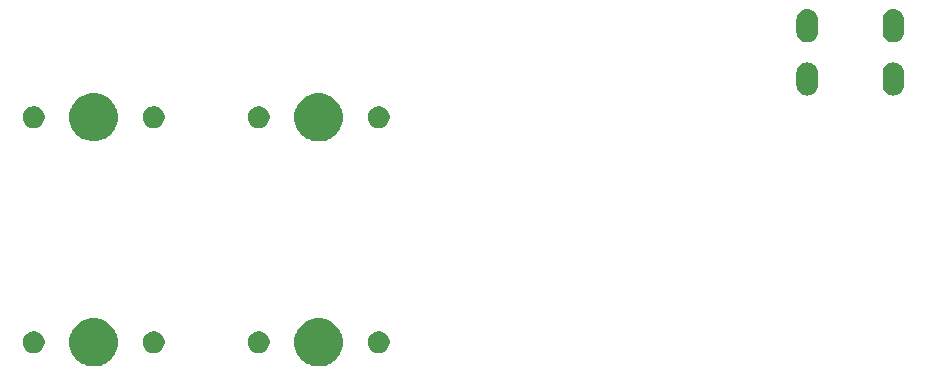
<source format=gts>
G04 #@! TF.GenerationSoftware,KiCad,Pcbnew,(5.1.4)-1*
G04 #@! TF.CreationDate,2022-10-15T13:04:34-05:00*
G04 #@! TF.ProjectId,ai03-guide,61693033-2d67-4756-9964-652e6b696361,rev?*
G04 #@! TF.SameCoordinates,Original*
G04 #@! TF.FileFunction,Soldermask,Top*
G04 #@! TF.FilePolarity,Negative*
%FSLAX46Y46*%
G04 Gerber Fmt 4.6, Leading zero omitted, Abs format (unit mm)*
G04 Created by KiCad (PCBNEW (5.1.4)-1) date 2022-10-15 13:04:34*
%MOMM*%
%LPD*%
G04 APERTURE LIST*
%ADD10C,0.100000*%
G04 APERTURE END LIST*
D10*
G36*
X45046474Y-112079684D02*
G01*
X45264474Y-112169983D01*
X45418623Y-112233833D01*
X45753548Y-112457623D01*
X46038377Y-112742452D01*
X46262167Y-113077377D01*
X46294562Y-113155586D01*
X46416316Y-113449526D01*
X46494900Y-113844594D01*
X46494900Y-114247406D01*
X46416316Y-114642474D01*
X46365451Y-114765272D01*
X46262167Y-115014623D01*
X46038377Y-115349548D01*
X45753548Y-115634377D01*
X45418623Y-115858167D01*
X45264474Y-115922017D01*
X45046474Y-116012316D01*
X44651406Y-116090900D01*
X44248594Y-116090900D01*
X43853526Y-116012316D01*
X43635526Y-115922017D01*
X43481377Y-115858167D01*
X43146452Y-115634377D01*
X42861623Y-115349548D01*
X42637833Y-115014623D01*
X42534549Y-114765272D01*
X42483684Y-114642474D01*
X42405100Y-114247406D01*
X42405100Y-113844594D01*
X42483684Y-113449526D01*
X42605438Y-113155586D01*
X42637833Y-113077377D01*
X42861623Y-112742452D01*
X43146452Y-112457623D01*
X43481377Y-112233833D01*
X43635526Y-112169983D01*
X43853526Y-112079684D01*
X44248594Y-112001100D01*
X44651406Y-112001100D01*
X45046474Y-112079684D01*
X45046474Y-112079684D01*
G37*
G36*
X64096474Y-112079684D02*
G01*
X64314474Y-112169983D01*
X64468623Y-112233833D01*
X64803548Y-112457623D01*
X65088377Y-112742452D01*
X65312167Y-113077377D01*
X65344562Y-113155586D01*
X65466316Y-113449526D01*
X65544900Y-113844594D01*
X65544900Y-114247406D01*
X65466316Y-114642474D01*
X65415451Y-114765272D01*
X65312167Y-115014623D01*
X65088377Y-115349548D01*
X64803548Y-115634377D01*
X64468623Y-115858167D01*
X64314474Y-115922017D01*
X64096474Y-116012316D01*
X63701406Y-116090900D01*
X63298594Y-116090900D01*
X62903526Y-116012316D01*
X62685526Y-115922017D01*
X62531377Y-115858167D01*
X62196452Y-115634377D01*
X61911623Y-115349548D01*
X61687833Y-115014623D01*
X61584549Y-114765272D01*
X61533684Y-114642474D01*
X61455100Y-114247406D01*
X61455100Y-113844594D01*
X61533684Y-113449526D01*
X61655438Y-113155586D01*
X61687833Y-113077377D01*
X61911623Y-112742452D01*
X62196452Y-112457623D01*
X62531377Y-112233833D01*
X62685526Y-112169983D01*
X62903526Y-112079684D01*
X63298594Y-112001100D01*
X63701406Y-112001100D01*
X64096474Y-112079684D01*
X64096474Y-112079684D01*
G37*
G36*
X68850104Y-113155585D02*
G01*
X69018626Y-113225389D01*
X69170291Y-113326728D01*
X69299272Y-113455709D01*
X69400611Y-113607374D01*
X69470415Y-113775896D01*
X69506000Y-113954797D01*
X69506000Y-114137203D01*
X69470415Y-114316104D01*
X69400611Y-114484626D01*
X69299272Y-114636291D01*
X69170291Y-114765272D01*
X69018626Y-114866611D01*
X68850104Y-114936415D01*
X68671203Y-114972000D01*
X68488797Y-114972000D01*
X68309896Y-114936415D01*
X68141374Y-114866611D01*
X67989709Y-114765272D01*
X67860728Y-114636291D01*
X67759389Y-114484626D01*
X67689585Y-114316104D01*
X67654000Y-114137203D01*
X67654000Y-113954797D01*
X67689585Y-113775896D01*
X67759389Y-113607374D01*
X67860728Y-113455709D01*
X67989709Y-113326728D01*
X68141374Y-113225389D01*
X68309896Y-113155585D01*
X68488797Y-113120000D01*
X68671203Y-113120000D01*
X68850104Y-113155585D01*
X68850104Y-113155585D01*
G37*
G36*
X58690104Y-113155585D02*
G01*
X58858626Y-113225389D01*
X59010291Y-113326728D01*
X59139272Y-113455709D01*
X59240611Y-113607374D01*
X59310415Y-113775896D01*
X59346000Y-113954797D01*
X59346000Y-114137203D01*
X59310415Y-114316104D01*
X59240611Y-114484626D01*
X59139272Y-114636291D01*
X59010291Y-114765272D01*
X58858626Y-114866611D01*
X58690104Y-114936415D01*
X58511203Y-114972000D01*
X58328797Y-114972000D01*
X58149896Y-114936415D01*
X57981374Y-114866611D01*
X57829709Y-114765272D01*
X57700728Y-114636291D01*
X57599389Y-114484626D01*
X57529585Y-114316104D01*
X57494000Y-114137203D01*
X57494000Y-113954797D01*
X57529585Y-113775896D01*
X57599389Y-113607374D01*
X57700728Y-113455709D01*
X57829709Y-113326728D01*
X57981374Y-113225389D01*
X58149896Y-113155585D01*
X58328797Y-113120000D01*
X58511203Y-113120000D01*
X58690104Y-113155585D01*
X58690104Y-113155585D01*
G37*
G36*
X49800104Y-113155585D02*
G01*
X49968626Y-113225389D01*
X50120291Y-113326728D01*
X50249272Y-113455709D01*
X50350611Y-113607374D01*
X50420415Y-113775896D01*
X50456000Y-113954797D01*
X50456000Y-114137203D01*
X50420415Y-114316104D01*
X50350611Y-114484626D01*
X50249272Y-114636291D01*
X50120291Y-114765272D01*
X49968626Y-114866611D01*
X49800104Y-114936415D01*
X49621203Y-114972000D01*
X49438797Y-114972000D01*
X49259896Y-114936415D01*
X49091374Y-114866611D01*
X48939709Y-114765272D01*
X48810728Y-114636291D01*
X48709389Y-114484626D01*
X48639585Y-114316104D01*
X48604000Y-114137203D01*
X48604000Y-113954797D01*
X48639585Y-113775896D01*
X48709389Y-113607374D01*
X48810728Y-113455709D01*
X48939709Y-113326728D01*
X49091374Y-113225389D01*
X49259896Y-113155585D01*
X49438797Y-113120000D01*
X49621203Y-113120000D01*
X49800104Y-113155585D01*
X49800104Y-113155585D01*
G37*
G36*
X39640104Y-113155585D02*
G01*
X39808626Y-113225389D01*
X39960291Y-113326728D01*
X40089272Y-113455709D01*
X40190611Y-113607374D01*
X40260415Y-113775896D01*
X40296000Y-113954797D01*
X40296000Y-114137203D01*
X40260415Y-114316104D01*
X40190611Y-114484626D01*
X40089272Y-114636291D01*
X39960291Y-114765272D01*
X39808626Y-114866611D01*
X39640104Y-114936415D01*
X39461203Y-114972000D01*
X39278797Y-114972000D01*
X39099896Y-114936415D01*
X38931374Y-114866611D01*
X38779709Y-114765272D01*
X38650728Y-114636291D01*
X38549389Y-114484626D01*
X38479585Y-114316104D01*
X38444000Y-114137203D01*
X38444000Y-113954797D01*
X38479585Y-113775896D01*
X38549389Y-113607374D01*
X38650728Y-113455709D01*
X38779709Y-113326728D01*
X38931374Y-113225389D01*
X39099896Y-113155585D01*
X39278797Y-113120000D01*
X39461203Y-113120000D01*
X39640104Y-113155585D01*
X39640104Y-113155585D01*
G37*
G36*
X64096474Y-93029684D02*
G01*
X64233502Y-93086443D01*
X64468623Y-93183833D01*
X64803548Y-93407623D01*
X65088377Y-93692452D01*
X65312167Y-94027377D01*
X65344562Y-94105586D01*
X65466316Y-94399526D01*
X65544900Y-94794594D01*
X65544900Y-95197406D01*
X65466316Y-95592474D01*
X65415451Y-95715272D01*
X65312167Y-95964623D01*
X65088377Y-96299548D01*
X64803548Y-96584377D01*
X64468623Y-96808167D01*
X64314474Y-96872017D01*
X64096474Y-96962316D01*
X63701406Y-97040900D01*
X63298594Y-97040900D01*
X62903526Y-96962316D01*
X62685526Y-96872017D01*
X62531377Y-96808167D01*
X62196452Y-96584377D01*
X61911623Y-96299548D01*
X61687833Y-95964623D01*
X61584549Y-95715272D01*
X61533684Y-95592474D01*
X61455100Y-95197406D01*
X61455100Y-94794594D01*
X61533684Y-94399526D01*
X61655438Y-94105586D01*
X61687833Y-94027377D01*
X61911623Y-93692452D01*
X62196452Y-93407623D01*
X62531377Y-93183833D01*
X62766498Y-93086443D01*
X62903526Y-93029684D01*
X63298594Y-92951100D01*
X63701406Y-92951100D01*
X64096474Y-93029684D01*
X64096474Y-93029684D01*
G37*
G36*
X45046474Y-93018684D02*
G01*
X45210056Y-93086442D01*
X45418623Y-93172833D01*
X45753548Y-93396623D01*
X46038377Y-93681452D01*
X46262167Y-94016377D01*
X46294562Y-94094586D01*
X46416316Y-94388526D01*
X46494900Y-94783594D01*
X46494900Y-95186406D01*
X46416316Y-95581474D01*
X46365451Y-95704272D01*
X46262167Y-95953623D01*
X46038377Y-96288548D01*
X45753548Y-96573377D01*
X45418623Y-96797167D01*
X45264474Y-96861017D01*
X45046474Y-96951316D01*
X44651406Y-97029900D01*
X44248594Y-97029900D01*
X43853526Y-96951316D01*
X43635526Y-96861017D01*
X43481377Y-96797167D01*
X43146452Y-96573377D01*
X42861623Y-96288548D01*
X42637833Y-95953623D01*
X42534549Y-95704272D01*
X42483684Y-95581474D01*
X42405100Y-95186406D01*
X42405100Y-94783594D01*
X42483684Y-94388526D01*
X42605438Y-94094586D01*
X42637833Y-94016377D01*
X42861623Y-93681452D01*
X43146452Y-93396623D01*
X43481377Y-93172833D01*
X43689944Y-93086442D01*
X43853526Y-93018684D01*
X44248594Y-92940100D01*
X44651406Y-92940100D01*
X45046474Y-93018684D01*
X45046474Y-93018684D01*
G37*
G36*
X68850104Y-94105585D02*
G01*
X69018626Y-94175389D01*
X69170291Y-94276728D01*
X69299272Y-94405709D01*
X69400611Y-94557374D01*
X69470415Y-94725896D01*
X69506000Y-94904797D01*
X69506000Y-95087203D01*
X69470415Y-95266104D01*
X69400611Y-95434626D01*
X69299272Y-95586291D01*
X69170291Y-95715272D01*
X69018626Y-95816611D01*
X68850104Y-95886415D01*
X68671203Y-95922000D01*
X68488797Y-95922000D01*
X68309896Y-95886415D01*
X68141374Y-95816611D01*
X67989709Y-95715272D01*
X67860728Y-95586291D01*
X67759389Y-95434626D01*
X67689585Y-95266104D01*
X67654000Y-95087203D01*
X67654000Y-94904797D01*
X67689585Y-94725896D01*
X67759389Y-94557374D01*
X67860728Y-94405709D01*
X67989709Y-94276728D01*
X68141374Y-94175389D01*
X68309896Y-94105585D01*
X68488797Y-94070000D01*
X68671203Y-94070000D01*
X68850104Y-94105585D01*
X68850104Y-94105585D01*
G37*
G36*
X58690104Y-94105585D02*
G01*
X58858626Y-94175389D01*
X59010291Y-94276728D01*
X59139272Y-94405709D01*
X59240611Y-94557374D01*
X59310415Y-94725896D01*
X59346000Y-94904797D01*
X59346000Y-95087203D01*
X59310415Y-95266104D01*
X59240611Y-95434626D01*
X59139272Y-95586291D01*
X59010291Y-95715272D01*
X58858626Y-95816611D01*
X58690104Y-95886415D01*
X58511203Y-95922000D01*
X58328797Y-95922000D01*
X58149896Y-95886415D01*
X57981374Y-95816611D01*
X57829709Y-95715272D01*
X57700728Y-95586291D01*
X57599389Y-95434626D01*
X57529585Y-95266104D01*
X57494000Y-95087203D01*
X57494000Y-94904797D01*
X57529585Y-94725896D01*
X57599389Y-94557374D01*
X57700728Y-94405709D01*
X57829709Y-94276728D01*
X57981374Y-94175389D01*
X58149896Y-94105585D01*
X58328797Y-94070000D01*
X58511203Y-94070000D01*
X58690104Y-94105585D01*
X58690104Y-94105585D01*
G37*
G36*
X39640104Y-94094585D02*
G01*
X39808626Y-94164389D01*
X39960291Y-94265728D01*
X40089272Y-94394709D01*
X40190611Y-94546374D01*
X40260415Y-94714896D01*
X40296000Y-94893797D01*
X40296000Y-95076203D01*
X40260415Y-95255104D01*
X40190611Y-95423626D01*
X40089272Y-95575291D01*
X39960291Y-95704272D01*
X39808626Y-95805611D01*
X39640104Y-95875415D01*
X39461203Y-95911000D01*
X39278797Y-95911000D01*
X39099896Y-95875415D01*
X38931374Y-95805611D01*
X38779709Y-95704272D01*
X38650728Y-95575291D01*
X38549389Y-95423626D01*
X38479585Y-95255104D01*
X38444000Y-95076203D01*
X38444000Y-94893797D01*
X38479585Y-94714896D01*
X38549389Y-94546374D01*
X38650728Y-94394709D01*
X38779709Y-94265728D01*
X38931374Y-94164389D01*
X39099896Y-94094585D01*
X39278797Y-94059000D01*
X39461203Y-94059000D01*
X39640104Y-94094585D01*
X39640104Y-94094585D01*
G37*
G36*
X49800104Y-94094585D02*
G01*
X49968626Y-94164389D01*
X50120291Y-94265728D01*
X50249272Y-94394709D01*
X50350611Y-94546374D01*
X50420415Y-94714896D01*
X50456000Y-94893797D01*
X50456000Y-95076203D01*
X50420415Y-95255104D01*
X50350611Y-95423626D01*
X50249272Y-95575291D01*
X50120291Y-95704272D01*
X49968626Y-95805611D01*
X49800104Y-95875415D01*
X49621203Y-95911000D01*
X49438797Y-95911000D01*
X49259896Y-95875415D01*
X49091374Y-95805611D01*
X48939709Y-95704272D01*
X48810728Y-95575291D01*
X48709389Y-95423626D01*
X48639585Y-95255104D01*
X48604000Y-95076203D01*
X48604000Y-94893797D01*
X48639585Y-94714896D01*
X48709389Y-94546374D01*
X48810728Y-94394709D01*
X48939709Y-94265728D01*
X49091374Y-94164389D01*
X49259896Y-94094585D01*
X49438797Y-94059000D01*
X49621203Y-94059000D01*
X49800104Y-94094585D01*
X49800104Y-94094585D01*
G37*
G36*
X105036627Y-90362037D02*
G01*
X105206466Y-90413557D01*
X105362991Y-90497222D01*
X105398729Y-90526552D01*
X105500186Y-90609814D01*
X105583448Y-90711271D01*
X105612778Y-90747009D01*
X105696443Y-90903534D01*
X105747963Y-91073373D01*
X105761000Y-91205742D01*
X105761000Y-92294258D01*
X105747963Y-92426627D01*
X105696443Y-92596466D01*
X105612778Y-92752991D01*
X105583448Y-92788729D01*
X105500186Y-92890186D01*
X105362989Y-93002779D01*
X105206467Y-93086442D01*
X105206465Y-93086443D01*
X105036626Y-93137963D01*
X104860000Y-93155359D01*
X104683373Y-93137963D01*
X104513534Y-93086443D01*
X104357009Y-93002778D01*
X104321271Y-92973448D01*
X104219814Y-92890186D01*
X104107221Y-92752989D01*
X104023558Y-92596467D01*
X104023557Y-92596465D01*
X103972037Y-92426626D01*
X103959000Y-92294257D01*
X103959001Y-91205742D01*
X103972038Y-91073373D01*
X104023558Y-90903534D01*
X104107223Y-90747009D01*
X104136553Y-90711271D01*
X104219815Y-90609814D01*
X104321272Y-90526552D01*
X104357010Y-90497222D01*
X104513535Y-90413557D01*
X104683374Y-90362037D01*
X104860000Y-90344641D01*
X105036627Y-90362037D01*
X105036627Y-90362037D01*
G37*
G36*
X112336627Y-90362037D02*
G01*
X112506466Y-90413557D01*
X112662991Y-90497222D01*
X112698729Y-90526552D01*
X112800186Y-90609814D01*
X112883448Y-90711271D01*
X112912778Y-90747009D01*
X112996443Y-90903534D01*
X113047963Y-91073373D01*
X113061000Y-91205742D01*
X113061000Y-92294258D01*
X113047963Y-92426627D01*
X112996443Y-92596466D01*
X112912778Y-92752991D01*
X112883448Y-92788729D01*
X112800186Y-92890186D01*
X112662989Y-93002779D01*
X112506467Y-93086442D01*
X112506465Y-93086443D01*
X112336626Y-93137963D01*
X112160000Y-93155359D01*
X111983373Y-93137963D01*
X111813534Y-93086443D01*
X111657009Y-93002778D01*
X111621271Y-92973448D01*
X111519814Y-92890186D01*
X111407221Y-92752989D01*
X111323558Y-92596467D01*
X111323557Y-92596465D01*
X111272037Y-92426626D01*
X111259000Y-92294257D01*
X111259001Y-91205742D01*
X111272038Y-91073373D01*
X111323558Y-90903534D01*
X111407223Y-90747009D01*
X111436553Y-90711271D01*
X111519815Y-90609814D01*
X111621272Y-90526552D01*
X111657010Y-90497222D01*
X111813535Y-90413557D01*
X111983374Y-90362037D01*
X112160000Y-90344641D01*
X112336627Y-90362037D01*
X112336627Y-90362037D01*
G37*
G36*
X112336627Y-85862037D02*
G01*
X112506466Y-85913557D01*
X112662991Y-85997222D01*
X112698729Y-86026552D01*
X112800186Y-86109814D01*
X112883448Y-86211271D01*
X112912778Y-86247009D01*
X112996443Y-86403534D01*
X113047963Y-86573373D01*
X113061000Y-86705742D01*
X113061000Y-87794258D01*
X113047963Y-87926627D01*
X112996443Y-88096466D01*
X112912778Y-88252991D01*
X112883448Y-88288729D01*
X112800186Y-88390186D01*
X112662989Y-88502779D01*
X112506467Y-88586442D01*
X112506465Y-88586443D01*
X112336626Y-88637963D01*
X112160000Y-88655359D01*
X111983373Y-88637963D01*
X111813534Y-88586443D01*
X111657009Y-88502778D01*
X111621271Y-88473448D01*
X111519814Y-88390186D01*
X111407221Y-88252989D01*
X111323558Y-88096467D01*
X111323557Y-88096465D01*
X111272037Y-87926626D01*
X111259000Y-87794257D01*
X111259001Y-86705742D01*
X111272038Y-86573373D01*
X111323558Y-86403534D01*
X111407223Y-86247009D01*
X111436553Y-86211271D01*
X111519815Y-86109814D01*
X111621272Y-86026552D01*
X111657010Y-85997222D01*
X111813535Y-85913557D01*
X111983374Y-85862037D01*
X112160000Y-85844641D01*
X112336627Y-85862037D01*
X112336627Y-85862037D01*
G37*
G36*
X105036627Y-85862037D02*
G01*
X105206466Y-85913557D01*
X105362991Y-85997222D01*
X105398729Y-86026552D01*
X105500186Y-86109814D01*
X105583448Y-86211271D01*
X105612778Y-86247009D01*
X105696443Y-86403534D01*
X105747963Y-86573373D01*
X105761000Y-86705742D01*
X105761000Y-87794258D01*
X105747963Y-87926627D01*
X105696443Y-88096466D01*
X105612778Y-88252991D01*
X105583448Y-88288729D01*
X105500186Y-88390186D01*
X105362989Y-88502779D01*
X105206467Y-88586442D01*
X105206465Y-88586443D01*
X105036626Y-88637963D01*
X104860000Y-88655359D01*
X104683373Y-88637963D01*
X104513534Y-88586443D01*
X104357009Y-88502778D01*
X104321271Y-88473448D01*
X104219814Y-88390186D01*
X104107221Y-88252989D01*
X104023558Y-88096467D01*
X104023557Y-88096465D01*
X103972037Y-87926626D01*
X103959000Y-87794257D01*
X103959001Y-86705742D01*
X103972038Y-86573373D01*
X104023558Y-86403534D01*
X104107223Y-86247009D01*
X104136553Y-86211271D01*
X104219815Y-86109814D01*
X104321272Y-86026552D01*
X104357010Y-85997222D01*
X104513535Y-85913557D01*
X104683374Y-85862037D01*
X104860000Y-85844641D01*
X105036627Y-85862037D01*
X105036627Y-85862037D01*
G37*
M02*

</source>
